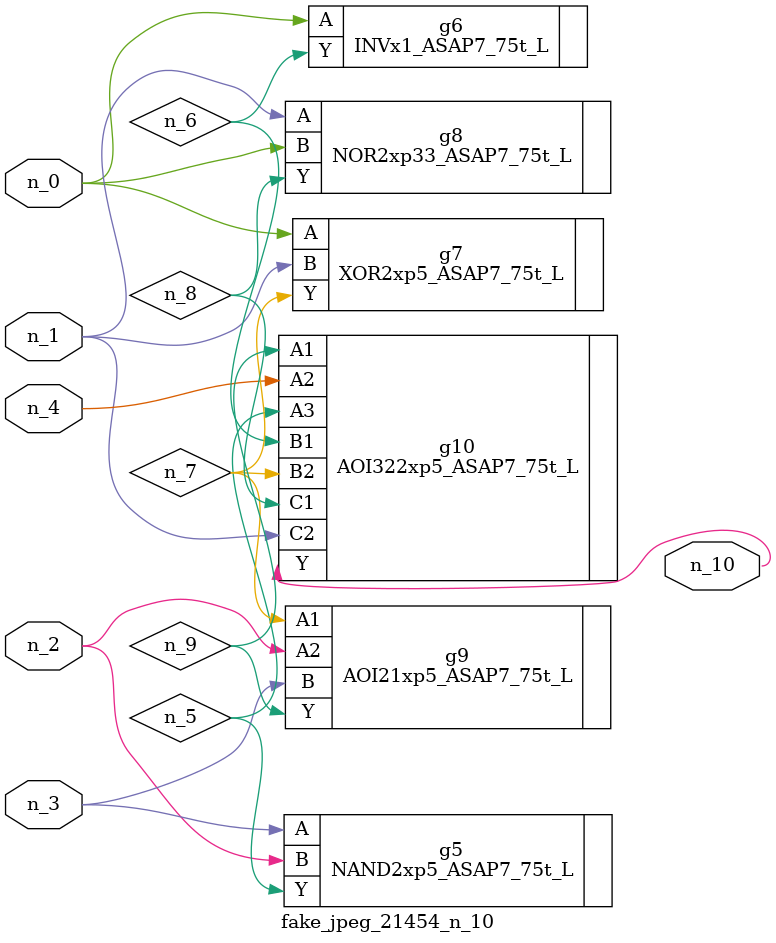
<source format=v>
module fake_jpeg_21454_n_10 (n_3, n_2, n_1, n_0, n_4, n_10);

input n_3;
input n_2;
input n_1;
input n_0;
input n_4;

output n_10;

wire n_8;
wire n_9;
wire n_6;
wire n_5;
wire n_7;

NAND2xp5_ASAP7_75t_L g5 ( 
.A(n_3),
.B(n_2),
.Y(n_5)
);

INVx1_ASAP7_75t_L g6 ( 
.A(n_0),
.Y(n_6)
);

XOR2xp5_ASAP7_75t_L g7 ( 
.A(n_0),
.B(n_1),
.Y(n_7)
);

NOR2xp33_ASAP7_75t_L g8 ( 
.A(n_1),
.B(n_0),
.Y(n_8)
);

AOI21xp5_ASAP7_75t_L g9 ( 
.A1(n_7),
.A2(n_2),
.B(n_3),
.Y(n_9)
);

AOI322xp5_ASAP7_75t_L g10 ( 
.A1(n_9),
.A2(n_4),
.A3(n_5),
.B1(n_6),
.B2(n_7),
.C1(n_8),
.C2(n_1),
.Y(n_10)
);


endmodule
</source>
